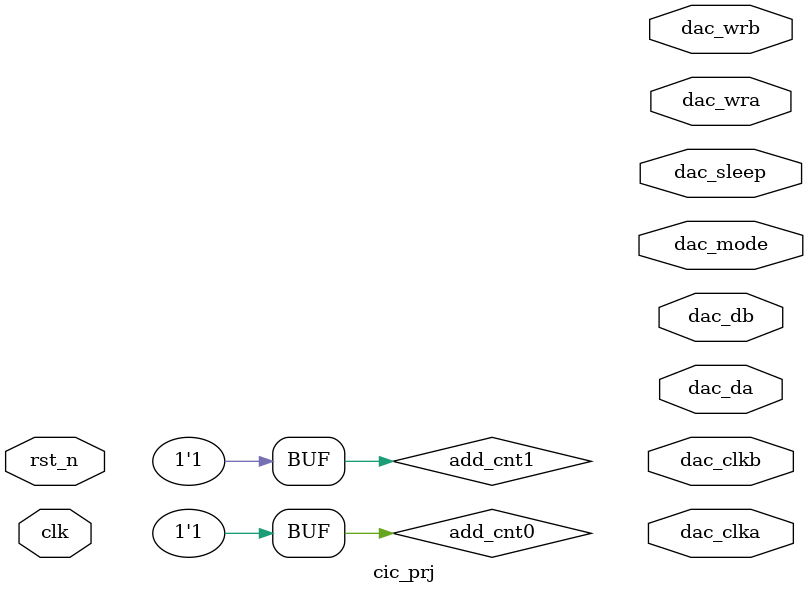
<source format=v>
module cic_prj(
           clk       ,
           rst_n     ,
           dac_mode ,
           dac_sleep ,
           dac_clka  ,
           dac_da   ,
           dac_wra  ,
           dac_clkb  ,
           dac_db   ,
           dac_wrb               
           );


input             clk        ;
input             rst_n      ;
output            dac_mode ;
output            dac_clka  ;
output [ 8-1:0]    dac_da    ;
output            dac_wra   ;
output            dac_sleep ;
output            dac_clkb  ;
output [ 8-1:0]    dac_db    ;
output            dac_wrb   ;


reg [ 6:0]  cnt0     ;
wire        add_cnt0 ;
wire        end_cnt0 ;
reg [ 4:0]  cnt1     ;
wire        add_cnt1 ;
wire        end_cnt1 ;

reg [ 2:0]  addr     ;
wire        add_addr ;
wire        end_addr ;
reg   [7:0]    sin_data    ;
wire    [7:0]    cic_din    ;
wire    [7:0]    cic_dout    ;
wire    [7:0]    cic_dout2   ;

reg   [7:0]    dac_da    ;
wire          dac_sleep  ;
wire          dac_wra   ;
wire          dac_clka   ;
wire          dac_mode ;

reg   [7:0]    dac_db    ;
wire          dac_wrb   ;
wire          dac_clkb   ;


always @(posedge clk or negedge rst_n) begin 
    if (rst_n==0) begin
        cnt0 <= 0; 
    end
    else if(add_cnt0) begin
        if(end_cnt0)
            cnt0 <= 0; 
        else
            cnt0 <= cnt0+1 ;
   end
end
assign add_cnt0 = 1;
assign end_cnt0 = add_cnt0  && cnt0 == 100 -1 ;

always @(posedge clk or negedge rst_n) begin 
    if (rst_n==0) begin
        addr <= 0; 
    end
    else if(add_addr) begin
        if(end_addr)
            addr <= 0; 
        else
            addr <= addr+1 ;
   end
end
assign add_addr = end_cnt0;
assign end_addr = add_addr  && addr == 8 -1 ;


assign cic_din = sin_data - 128;

my_cic u_my_cic( 
		.in_error  (0           ),  
        .in_valid  (end_cnt0    ),  
		.in_ready  (            ),  
		.in_data   (cic_din     ),  
		.out_data  (cic_dout    ),  
		.out_error (            ), 
		.out_valid (cic_dout_vld), 
		.out_ready (end_cnt1    ), 
		.clk       (clk         ),  
		.reset_n   (rst_n       )   
	); 



always @(posedge clk or negedge rst_n) begin 
    if (rst_n==0) begin
        cnt1 <= 0; 
    end
    else if(add_cnt1) begin
        if(end_cnt1)
            cnt1 <= 0; 
        else
            cnt1 <= cnt1+1 ;
   end
end
assign add_cnt1 = 1;
assign end_cnt1 = add_cnt1  && cnt1 == 25-1 ;

endmodule

</source>
